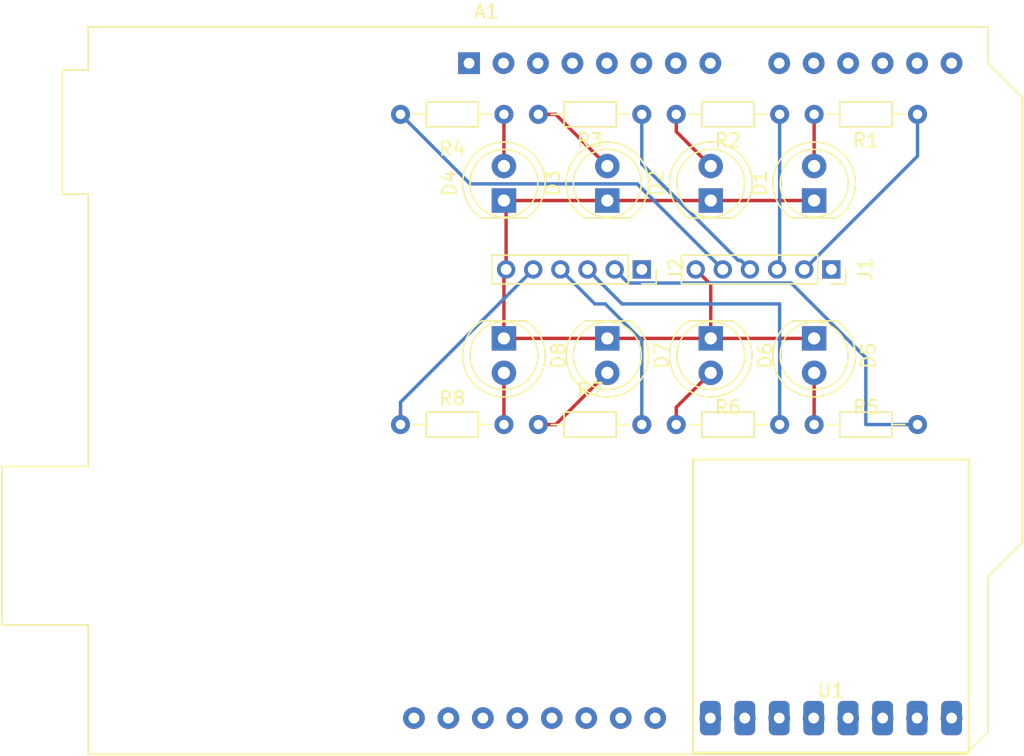
<source format=kicad_pcb>
(kicad_pcb (version 20171130) (host pcbnew "(5.0.0)")

  (general
    (thickness 1.6)
    (drawings 0)
    (tracks 53)
    (zones 0)
    (modules 20)
    (nets 57)
  )

  (page A4)
  (layers
    (0 F.Cu signal)
    (31 B.Cu signal)
    (32 B.Adhes user)
    (33 F.Adhes user)
    (34 B.Paste user)
    (35 F.Paste user)
    (36 B.SilkS user)
    (37 F.SilkS user)
    (38 B.Mask user)
    (39 F.Mask user)
    (40 Dwgs.User user)
    (41 Cmts.User user)
    (42 Eco1.User user)
    (43 Eco2.User user)
    (44 Edge.Cuts user)
    (45 Margin user)
    (46 B.CrtYd user)
    (47 F.CrtYd user)
    (48 B.Fab user)
    (49 F.Fab user)
  )

  (setup
    (last_trace_width 0.25)
    (trace_clearance 0.2)
    (zone_clearance 0.508)
    (zone_45_only no)
    (trace_min 0.2)
    (segment_width 0.2)
    (edge_width 0.15)
    (via_size 0.8)
    (via_drill 0.4)
    (via_min_size 0.4)
    (via_min_drill 0.3)
    (uvia_size 0.3)
    (uvia_drill 0.1)
    (uvias_allowed no)
    (uvia_min_size 0.2)
    (uvia_min_drill 0.1)
    (pcb_text_width 0.3)
    (pcb_text_size 1.5 1.5)
    (mod_edge_width 0.15)
    (mod_text_size 1 1)
    (mod_text_width 0.15)
    (pad_size 1.524 1.524)
    (pad_drill 0.762)
    (pad_to_mask_clearance 0.2)
    (aux_axis_origin 0 0)
    (visible_elements 7FFFFFFF)
    (pcbplotparams
      (layerselection 0x010fc_ffffffff)
      (usegerberextensions false)
      (usegerberattributes false)
      (usegerberadvancedattributes false)
      (creategerberjobfile false)
      (excludeedgelayer true)
      (linewidth 0.100000)
      (plotframeref false)
      (viasonmask false)
      (mode 1)
      (useauxorigin false)
      (hpglpennumber 1)
      (hpglpenspeed 20)
      (hpglpendiameter 15.000000)
      (psnegative false)
      (psa4output false)
      (plotreference true)
      (plotvalue true)
      (plotinvisibletext false)
      (padsonsilk false)
      (subtractmaskfromsilk false)
      (outputformat 1)
      (mirror false)
      (drillshape 1)
      (scaleselection 1)
      (outputdirectory ""))
  )

  (net 0 "")
  (net 1 GND)
  (net 2 "Net-(D1-Pad2)")
  (net 3 "Net-(D2-Pad2)")
  (net 4 "Net-(D3-Pad2)")
  (net 5 "Net-(D4-Pad2)")
  (net 6 "Net-(D5-Pad2)")
  (net 7 "Net-(D6-Pad2)")
  (net 8 "Net-(D7-Pad2)")
  (net 9 "Net-(D8-Pad2)")
  (net 10 VCC)
  (net 11 /CMD_LED1)
  (net 12 /CMD_LED2)
  (net 13 /CMD_LED3)
  (net 14 /CMD_LED4)
  (net 15 /CMD_LED8)
  (net 16 /CMD_LED7)
  (net 17 /CMD_LED6)
  (net 18 /CMD_LED5)
  (net 19 "Net-(U1-Pad1)")
  (net 20 "Net-(U1-Pad2)")
  (net 21 "Net-(U1-Pad3)")
  (net 22 "Net-(U1-Pad4)")
  (net 23 "Net-(U1-Pad5)")
  (net 24 "Net-(U1-Pad6)")
  (net 25 "Net-(U1-Pad7)")
  (net 26 "Net-(U1-Pad8)")
  (net 27 "Net-(A1-Pad29)")
  (net 28 "Net-(A1-Pad30)")
  (net 29 "Net-(A1-Pad1)")
  (net 30 "Net-(A1-Pad17)")
  (net 31 "Net-(A1-Pad2)")
  (net 32 "Net-(A1-Pad18)")
  (net 33 "Net-(A1-Pad3)")
  (net 34 "Net-(A1-Pad19)")
  (net 35 "Net-(A1-Pad4)")
  (net 36 "Net-(A1-Pad20)")
  (net 37 "Net-(A1-Pad5)")
  (net 38 "Net-(A1-Pad21)")
  (net 39 "Net-(A1-Pad6)")
  (net 40 "Net-(A1-Pad22)")
  (net 41 "Net-(A1-Pad7)")
  (net 42 "Net-(A1-Pad23)")
  (net 43 "Net-(A1-Pad8)")
  (net 44 "Net-(A1-Pad24)")
  (net 45 "Net-(A1-Pad9)")
  (net 46 "Net-(A1-Pad25)")
  (net 47 "Net-(A1-Pad10)")
  (net 48 "Net-(A1-Pad26)")
  (net 49 "Net-(A1-Pad11)")
  (net 50 "Net-(A1-Pad27)")
  (net 51 "Net-(A1-Pad12)")
  (net 52 "Net-(A1-Pad28)")
  (net 53 "Net-(A1-Pad13)")
  (net 54 "Net-(A1-Pad14)")
  (net 55 "Net-(A1-Pad15)")
  (net 56 "Net-(A1-Pad16)")

  (net_class Default "Ceci est la Netclass par défaut."
    (clearance 0.2)
    (trace_width 0.25)
    (via_dia 0.8)
    (via_drill 0.4)
    (uvia_dia 0.3)
    (uvia_drill 0.1)
    (add_net /CMD_LED1)
    (add_net /CMD_LED2)
    (add_net /CMD_LED3)
    (add_net /CMD_LED4)
    (add_net /CMD_LED5)
    (add_net /CMD_LED6)
    (add_net /CMD_LED7)
    (add_net /CMD_LED8)
    (add_net GND)
    (add_net "Net-(A1-Pad1)")
    (add_net "Net-(A1-Pad10)")
    (add_net "Net-(A1-Pad11)")
    (add_net "Net-(A1-Pad12)")
    (add_net "Net-(A1-Pad13)")
    (add_net "Net-(A1-Pad14)")
    (add_net "Net-(A1-Pad15)")
    (add_net "Net-(A1-Pad16)")
    (add_net "Net-(A1-Pad17)")
    (add_net "Net-(A1-Pad18)")
    (add_net "Net-(A1-Pad19)")
    (add_net "Net-(A1-Pad2)")
    (add_net "Net-(A1-Pad20)")
    (add_net "Net-(A1-Pad21)")
    (add_net "Net-(A1-Pad22)")
    (add_net "Net-(A1-Pad23)")
    (add_net "Net-(A1-Pad24)")
    (add_net "Net-(A1-Pad25)")
    (add_net "Net-(A1-Pad26)")
    (add_net "Net-(A1-Pad27)")
    (add_net "Net-(A1-Pad28)")
    (add_net "Net-(A1-Pad29)")
    (add_net "Net-(A1-Pad3)")
    (add_net "Net-(A1-Pad30)")
    (add_net "Net-(A1-Pad4)")
    (add_net "Net-(A1-Pad5)")
    (add_net "Net-(A1-Pad6)")
    (add_net "Net-(A1-Pad7)")
    (add_net "Net-(A1-Pad8)")
    (add_net "Net-(A1-Pad9)")
    (add_net "Net-(D1-Pad2)")
    (add_net "Net-(D2-Pad2)")
    (add_net "Net-(D3-Pad2)")
    (add_net "Net-(D4-Pad2)")
    (add_net "Net-(D5-Pad2)")
    (add_net "Net-(D6-Pad2)")
    (add_net "Net-(D7-Pad2)")
    (add_net "Net-(D8-Pad2)")
    (add_net "Net-(U1-Pad1)")
    (add_net "Net-(U1-Pad2)")
    (add_net "Net-(U1-Pad3)")
    (add_net "Net-(U1-Pad4)")
    (add_net "Net-(U1-Pad5)")
    (add_net "Net-(U1-Pad6)")
    (add_net "Net-(U1-Pad7)")
    (add_net "Net-(U1-Pad8)")
    (add_net VCC)
  )

  (module LED_THT:LED_D5.0mm_FlatTop (layer F.Cu) (tedit 5880A862) (tstamp 5BBE7480)
    (at 127.032174 45.679735 90)
    (descr "LED, Round, FlatTop, diameter 5.0mm, 2 pins, http://www.kingbright.com/attachments/file/psearch/000/00/00/L-483GDT(Ver.15B).pdf")
    (tags "LED Round FlatTop diameter 5.0mm 2 pins")
    (path /5BB2C829)
    (fp_text reference D1 (at 1.27 -4.01 90) (layer F.SilkS)
      (effects (font (size 1 1) (thickness 0.15)))
    )
    (fp_text value LED (at 1.27 4.01 90) (layer F.Fab)
      (effects (font (size 1 1) (thickness 0.15)))
    )
    (fp_arc (start 1.27 0) (end -1.23 -1.566046) (angle 295.9) (layer F.Fab) (width 0.1))
    (fp_arc (start 1.27 0) (end -1.29 -1.639512) (angle 147.4) (layer F.SilkS) (width 0.12))
    (fp_arc (start 1.27 0) (end -1.29 1.639512) (angle -147.4) (layer F.SilkS) (width 0.12))
    (fp_circle (center 1.27 0) (end 3.77 0) (layer F.Fab) (width 0.1))
    (fp_circle (center 1.27 0) (end 3.77 0) (layer F.SilkS) (width 0.12))
    (fp_line (start -1.23 -1.566046) (end -1.23 1.566046) (layer F.Fab) (width 0.1))
    (fp_line (start -1.29 -1.64) (end -1.29 1.64) (layer F.SilkS) (width 0.12))
    (fp_line (start -2 -3.3) (end -2 3.3) (layer F.CrtYd) (width 0.05))
    (fp_line (start -2 3.3) (end 4.55 3.3) (layer F.CrtYd) (width 0.05))
    (fp_line (start 4.55 3.3) (end 4.55 -3.3) (layer F.CrtYd) (width 0.05))
    (fp_line (start 4.55 -3.3) (end -2 -3.3) (layer F.CrtYd) (width 0.05))
    (pad 1 thru_hole rect (at 0 0 90) (size 1.8 1.8) (drill 0.9) (layers *.Cu *.Mask)
      (net 1 GND))
    (pad 2 thru_hole circle (at 2.54 0 90) (size 1.8 1.8) (drill 0.9) (layers *.Cu *.Mask)
      (net 2 "Net-(D1-Pad2)"))
    (model ${KISYS3DMOD}/LED_THT.3dshapes/LED_D5.0mm_FlatTop.wrl
      (at (xyz 0 0 0))
      (scale (xyz 1 1 1))
      (rotate (xyz 0 0 0))
    )
  )

  (module LED_THT:LED_D5.0mm_FlatTop (layer F.Cu) (tedit 5880A862) (tstamp 5BBE7491)
    (at 119.412174 45.679735 90)
    (descr "LED, Round, FlatTop, diameter 5.0mm, 2 pins, http://www.kingbright.com/attachments/file/psearch/000/00/00/L-483GDT(Ver.15B).pdf")
    (tags "LED Round FlatTop diameter 5.0mm 2 pins")
    (path /5BB2C830)
    (fp_text reference D2 (at 1.27 -4.01 90) (layer F.SilkS)
      (effects (font (size 1 1) (thickness 0.15)))
    )
    (fp_text value LED (at 1.27 4.01 90) (layer F.Fab)
      (effects (font (size 1 1) (thickness 0.15)))
    )
    (fp_line (start 4.55 -3.3) (end -2 -3.3) (layer F.CrtYd) (width 0.05))
    (fp_line (start 4.55 3.3) (end 4.55 -3.3) (layer F.CrtYd) (width 0.05))
    (fp_line (start -2 3.3) (end 4.55 3.3) (layer F.CrtYd) (width 0.05))
    (fp_line (start -2 -3.3) (end -2 3.3) (layer F.CrtYd) (width 0.05))
    (fp_line (start -1.29 -1.64) (end -1.29 1.64) (layer F.SilkS) (width 0.12))
    (fp_line (start -1.23 -1.566046) (end -1.23 1.566046) (layer F.Fab) (width 0.1))
    (fp_circle (center 1.27 0) (end 3.77 0) (layer F.SilkS) (width 0.12))
    (fp_circle (center 1.27 0) (end 3.77 0) (layer F.Fab) (width 0.1))
    (fp_arc (start 1.27 0) (end -1.29 1.639512) (angle -147.4) (layer F.SilkS) (width 0.12))
    (fp_arc (start 1.27 0) (end -1.29 -1.639512) (angle 147.4) (layer F.SilkS) (width 0.12))
    (fp_arc (start 1.27 0) (end -1.23 -1.566046) (angle 295.9) (layer F.Fab) (width 0.1))
    (pad 2 thru_hole circle (at 2.54 0 90) (size 1.8 1.8) (drill 0.9) (layers *.Cu *.Mask)
      (net 3 "Net-(D2-Pad2)"))
    (pad 1 thru_hole rect (at 0 0 90) (size 1.8 1.8) (drill 0.9) (layers *.Cu *.Mask)
      (net 1 GND))
    (model ${KISYS3DMOD}/LED_THT.3dshapes/LED_D5.0mm_FlatTop.wrl
      (at (xyz 0 0 0))
      (scale (xyz 1 1 1))
      (rotate (xyz 0 0 0))
    )
  )

  (module LED_THT:LED_D5.0mm_FlatTop (layer F.Cu) (tedit 5880A862) (tstamp 5BBE74A2)
    (at 111.792174 45.679735 90)
    (descr "LED, Round, FlatTop, diameter 5.0mm, 2 pins, http://www.kingbright.com/attachments/file/psearch/000/00/00/L-483GDT(Ver.15B).pdf")
    (tags "LED Round FlatTop diameter 5.0mm 2 pins")
    (path /5BB24E30)
    (fp_text reference D3 (at 1.27 -4.01 90) (layer F.SilkS)
      (effects (font (size 1 1) (thickness 0.15)))
    )
    (fp_text value LED (at 1.27 4.01 90) (layer F.Fab)
      (effects (font (size 1 1) (thickness 0.15)))
    )
    (fp_line (start 4.55 -3.3) (end -2 -3.3) (layer F.CrtYd) (width 0.05))
    (fp_line (start 4.55 3.3) (end 4.55 -3.3) (layer F.CrtYd) (width 0.05))
    (fp_line (start -2 3.3) (end 4.55 3.3) (layer F.CrtYd) (width 0.05))
    (fp_line (start -2 -3.3) (end -2 3.3) (layer F.CrtYd) (width 0.05))
    (fp_line (start -1.29 -1.64) (end -1.29 1.64) (layer F.SilkS) (width 0.12))
    (fp_line (start -1.23 -1.566046) (end -1.23 1.566046) (layer F.Fab) (width 0.1))
    (fp_circle (center 1.27 0) (end 3.77 0) (layer F.SilkS) (width 0.12))
    (fp_circle (center 1.27 0) (end 3.77 0) (layer F.Fab) (width 0.1))
    (fp_arc (start 1.27 0) (end -1.29 1.639512) (angle -147.4) (layer F.SilkS) (width 0.12))
    (fp_arc (start 1.27 0) (end -1.29 -1.639512) (angle 147.4) (layer F.SilkS) (width 0.12))
    (fp_arc (start 1.27 0) (end -1.23 -1.566046) (angle 295.9) (layer F.Fab) (width 0.1))
    (pad 2 thru_hole circle (at 2.54 0 90) (size 1.8 1.8) (drill 0.9) (layers *.Cu *.Mask)
      (net 4 "Net-(D3-Pad2)"))
    (pad 1 thru_hole rect (at 0 0 90) (size 1.8 1.8) (drill 0.9) (layers *.Cu *.Mask)
      (net 1 GND))
    (model ${KISYS3DMOD}/LED_THT.3dshapes/LED_D5.0mm_FlatTop.wrl
      (at (xyz 0 0 0))
      (scale (xyz 1 1 1))
      (rotate (xyz 0 0 0))
    )
  )

  (module LED_THT:LED_D5.0mm_FlatTop (layer F.Cu) (tedit 5880A862) (tstamp 5BBE74B3)
    (at 104.172174 45.679735 90)
    (descr "LED, Round, FlatTop, diameter 5.0mm, 2 pins, http://www.kingbright.com/attachments/file/psearch/000/00/00/L-483GDT(Ver.15B).pdf")
    (tags "LED Round FlatTop diameter 5.0mm 2 pins")
    (path /5BB24F1D)
    (fp_text reference D4 (at 1.27 -4.01 90) (layer F.SilkS)
      (effects (font (size 1 1) (thickness 0.15)))
    )
    (fp_text value LED (at 1.27 4.01 90) (layer F.Fab)
      (effects (font (size 1 1) (thickness 0.15)))
    )
    (fp_arc (start 1.27 0) (end -1.23 -1.566046) (angle 295.9) (layer F.Fab) (width 0.1))
    (fp_arc (start 1.27 0) (end -1.29 -1.639512) (angle 147.4) (layer F.SilkS) (width 0.12))
    (fp_arc (start 1.27 0) (end -1.29 1.639512) (angle -147.4) (layer F.SilkS) (width 0.12))
    (fp_circle (center 1.27 0) (end 3.77 0) (layer F.Fab) (width 0.1))
    (fp_circle (center 1.27 0) (end 3.77 0) (layer F.SilkS) (width 0.12))
    (fp_line (start -1.23 -1.566046) (end -1.23 1.566046) (layer F.Fab) (width 0.1))
    (fp_line (start -1.29 -1.64) (end -1.29 1.64) (layer F.SilkS) (width 0.12))
    (fp_line (start -2 -3.3) (end -2 3.3) (layer F.CrtYd) (width 0.05))
    (fp_line (start -2 3.3) (end 4.55 3.3) (layer F.CrtYd) (width 0.05))
    (fp_line (start 4.55 3.3) (end 4.55 -3.3) (layer F.CrtYd) (width 0.05))
    (fp_line (start 4.55 -3.3) (end -2 -3.3) (layer F.CrtYd) (width 0.05))
    (pad 1 thru_hole rect (at 0 0 90) (size 1.8 1.8) (drill 0.9) (layers *.Cu *.Mask)
      (net 1 GND))
    (pad 2 thru_hole circle (at 2.54 0 90) (size 1.8 1.8) (drill 0.9) (layers *.Cu *.Mask)
      (net 5 "Net-(D4-Pad2)"))
    (model ${KISYS3DMOD}/LED_THT.3dshapes/LED_D5.0mm_FlatTop.wrl
      (at (xyz 0 0 0))
      (scale (xyz 1 1 1))
      (rotate (xyz 0 0 0))
    )
  )

  (module LED_THT:LED_D5.0mm_FlatTop (layer F.Cu) (tedit 5880A862) (tstamp 5BBE74C4)
    (at 127.032174 55.839735 270)
    (descr "LED, Round, FlatTop, diameter 5.0mm, 2 pins, http://www.kingbright.com/attachments/file/psearch/000/00/00/L-483GDT(Ver.15B).pdf")
    (tags "LED Round FlatTop diameter 5.0mm 2 pins")
    (path /5BB2CE20)
    (fp_text reference D5 (at 1.27 -4.01 270) (layer F.SilkS)
      (effects (font (size 1 1) (thickness 0.15)))
    )
    (fp_text value LED (at 1.27 4.01 270) (layer F.Fab)
      (effects (font (size 1 1) (thickness 0.15)))
    )
    (fp_arc (start 1.27 0) (end -1.23 -1.566046) (angle 295.9) (layer F.Fab) (width 0.1))
    (fp_arc (start 1.27 0) (end -1.29 -1.639512) (angle 147.4) (layer F.SilkS) (width 0.12))
    (fp_arc (start 1.27 0) (end -1.29 1.639512) (angle -147.4) (layer F.SilkS) (width 0.12))
    (fp_circle (center 1.27 0) (end 3.77 0) (layer F.Fab) (width 0.1))
    (fp_circle (center 1.27 0) (end 3.77 0) (layer F.SilkS) (width 0.12))
    (fp_line (start -1.23 -1.566046) (end -1.23 1.566046) (layer F.Fab) (width 0.1))
    (fp_line (start -1.29 -1.64) (end -1.29 1.64) (layer F.SilkS) (width 0.12))
    (fp_line (start -2 -3.3) (end -2 3.3) (layer F.CrtYd) (width 0.05))
    (fp_line (start -2 3.3) (end 4.55 3.3) (layer F.CrtYd) (width 0.05))
    (fp_line (start 4.55 3.3) (end 4.55 -3.3) (layer F.CrtYd) (width 0.05))
    (fp_line (start 4.55 -3.3) (end -2 -3.3) (layer F.CrtYd) (width 0.05))
    (pad 1 thru_hole rect (at 0 0 270) (size 1.8 1.8) (drill 0.9) (layers *.Cu *.Mask)
      (net 1 GND))
    (pad 2 thru_hole circle (at 2.54 0 270) (size 1.8 1.8) (drill 0.9) (layers *.Cu *.Mask)
      (net 6 "Net-(D5-Pad2)"))
    (model ${KISYS3DMOD}/LED_THT.3dshapes/LED_D5.0mm_FlatTop.wrl
      (at (xyz 0 0 0))
      (scale (xyz 1 1 1))
      (rotate (xyz 0 0 0))
    )
  )

  (module LED_THT:LED_D5.0mm_FlatTop (layer F.Cu) (tedit 5880A862) (tstamp 5BBE74D5)
    (at 119.412174 55.839735 270)
    (descr "LED, Round, FlatTop, diameter 5.0mm, 2 pins, http://www.kingbright.com/attachments/file/psearch/000/00/00/L-483GDT(Ver.15B).pdf")
    (tags "LED Round FlatTop diameter 5.0mm 2 pins")
    (path /5BB2CE27)
    (fp_text reference D6 (at 1.27 -4.01 270) (layer F.SilkS)
      (effects (font (size 1 1) (thickness 0.15)))
    )
    (fp_text value LED (at 1.27 4.01 270) (layer F.Fab)
      (effects (font (size 1 1) (thickness 0.15)))
    )
    (fp_line (start 4.55 -3.3) (end -2 -3.3) (layer F.CrtYd) (width 0.05))
    (fp_line (start 4.55 3.3) (end 4.55 -3.3) (layer F.CrtYd) (width 0.05))
    (fp_line (start -2 3.3) (end 4.55 3.3) (layer F.CrtYd) (width 0.05))
    (fp_line (start -2 -3.3) (end -2 3.3) (layer F.CrtYd) (width 0.05))
    (fp_line (start -1.29 -1.64) (end -1.29 1.64) (layer F.SilkS) (width 0.12))
    (fp_line (start -1.23 -1.566046) (end -1.23 1.566046) (layer F.Fab) (width 0.1))
    (fp_circle (center 1.27 0) (end 3.77 0) (layer F.SilkS) (width 0.12))
    (fp_circle (center 1.27 0) (end 3.77 0) (layer F.Fab) (width 0.1))
    (fp_arc (start 1.27 0) (end -1.29 1.639512) (angle -147.4) (layer F.SilkS) (width 0.12))
    (fp_arc (start 1.27 0) (end -1.29 -1.639512) (angle 147.4) (layer F.SilkS) (width 0.12))
    (fp_arc (start 1.27 0) (end -1.23 -1.566046) (angle 295.9) (layer F.Fab) (width 0.1))
    (pad 2 thru_hole circle (at 2.54 0 270) (size 1.8 1.8) (drill 0.9) (layers *.Cu *.Mask)
      (net 7 "Net-(D6-Pad2)"))
    (pad 1 thru_hole rect (at 0 0 270) (size 1.8 1.8) (drill 0.9) (layers *.Cu *.Mask)
      (net 1 GND))
    (model ${KISYS3DMOD}/LED_THT.3dshapes/LED_D5.0mm_FlatTop.wrl
      (at (xyz 0 0 0))
      (scale (xyz 1 1 1))
      (rotate (xyz 0 0 0))
    )
  )

  (module LED_THT:LED_D5.0mm_FlatTop (layer F.Cu) (tedit 5880A862) (tstamp 5BBE74E6)
    (at 111.792174 55.839735 270)
    (descr "LED, Round, FlatTop, diameter 5.0mm, 2 pins, http://www.kingbright.com/attachments/file/psearch/000/00/00/L-483GDT(Ver.15B).pdf")
    (tags "LED Round FlatTop diameter 5.0mm 2 pins")
    (path /5BB2D97D)
    (fp_text reference D7 (at 1.27 -4.01 270) (layer F.SilkS)
      (effects (font (size 1 1) (thickness 0.15)))
    )
    (fp_text value LED (at 1.27 4.01 270) (layer F.Fab)
      (effects (font (size 1 1) (thickness 0.15)))
    )
    (fp_arc (start 1.27 0) (end -1.23 -1.566046) (angle 295.9) (layer F.Fab) (width 0.1))
    (fp_arc (start 1.27 0) (end -1.29 -1.639512) (angle 147.4) (layer F.SilkS) (width 0.12))
    (fp_arc (start 1.27 0) (end -1.29 1.639512) (angle -147.4) (layer F.SilkS) (width 0.12))
    (fp_circle (center 1.27 0) (end 3.77 0) (layer F.Fab) (width 0.1))
    (fp_circle (center 1.27 0) (end 3.77 0) (layer F.SilkS) (width 0.12))
    (fp_line (start -1.23 -1.566046) (end -1.23 1.566046) (layer F.Fab) (width 0.1))
    (fp_line (start -1.29 -1.64) (end -1.29 1.64) (layer F.SilkS) (width 0.12))
    (fp_line (start -2 -3.3) (end -2 3.3) (layer F.CrtYd) (width 0.05))
    (fp_line (start -2 3.3) (end 4.55 3.3) (layer F.CrtYd) (width 0.05))
    (fp_line (start 4.55 3.3) (end 4.55 -3.3) (layer F.CrtYd) (width 0.05))
    (fp_line (start 4.55 -3.3) (end -2 -3.3) (layer F.CrtYd) (width 0.05))
    (pad 1 thru_hole rect (at 0 0 270) (size 1.8 1.8) (drill 0.9) (layers *.Cu *.Mask)
      (net 1 GND))
    (pad 2 thru_hole circle (at 2.54 0 270) (size 1.8 1.8) (drill 0.9) (layers *.Cu *.Mask)
      (net 8 "Net-(D7-Pad2)"))
    (model ${KISYS3DMOD}/LED_THT.3dshapes/LED_D5.0mm_FlatTop.wrl
      (at (xyz 0 0 0))
      (scale (xyz 1 1 1))
      (rotate (xyz 0 0 0))
    )
  )

  (module LED_THT:LED_D5.0mm_FlatTop (layer F.Cu) (tedit 5880A862) (tstamp 5BBE74F7)
    (at 104.172174 55.839735 270)
    (descr "LED, Round, FlatTop, diameter 5.0mm, 2 pins, http://www.kingbright.com/attachments/file/psearch/000/00/00/L-483GDT(Ver.15B).pdf")
    (tags "LED Round FlatTop diameter 5.0mm 2 pins")
    (path /5BB2D984)
    (fp_text reference D8 (at 1.27 -4.01 270) (layer F.SilkS)
      (effects (font (size 1 1) (thickness 0.15)))
    )
    (fp_text value LED (at 1.27 4.01 270) (layer F.Fab)
      (effects (font (size 1 1) (thickness 0.15)))
    )
    (fp_line (start 4.55 -3.3) (end -2 -3.3) (layer F.CrtYd) (width 0.05))
    (fp_line (start 4.55 3.3) (end 4.55 -3.3) (layer F.CrtYd) (width 0.05))
    (fp_line (start -2 3.3) (end 4.55 3.3) (layer F.CrtYd) (width 0.05))
    (fp_line (start -2 -3.3) (end -2 3.3) (layer F.CrtYd) (width 0.05))
    (fp_line (start -1.29 -1.64) (end -1.29 1.64) (layer F.SilkS) (width 0.12))
    (fp_line (start -1.23 -1.566046) (end -1.23 1.566046) (layer F.Fab) (width 0.1))
    (fp_circle (center 1.27 0) (end 3.77 0) (layer F.SilkS) (width 0.12))
    (fp_circle (center 1.27 0) (end 3.77 0) (layer F.Fab) (width 0.1))
    (fp_arc (start 1.27 0) (end -1.29 1.639512) (angle -147.4) (layer F.SilkS) (width 0.12))
    (fp_arc (start 1.27 0) (end -1.29 -1.639512) (angle 147.4) (layer F.SilkS) (width 0.12))
    (fp_arc (start 1.27 0) (end -1.23 -1.566046) (angle 295.9) (layer F.Fab) (width 0.1))
    (pad 2 thru_hole circle (at 2.54 0 270) (size 1.8 1.8) (drill 0.9) (layers *.Cu *.Mask)
      (net 9 "Net-(D8-Pad2)"))
    (pad 1 thru_hole rect (at 0 0 270) (size 1.8 1.8) (drill 0.9) (layers *.Cu *.Mask)
      (net 1 GND))
    (model ${KISYS3DMOD}/LED_THT.3dshapes/LED_D5.0mm_FlatTop.wrl
      (at (xyz 0 0 0))
      (scale (xyz 1 1 1))
      (rotate (xyz 0 0 0))
    )
  )

  (module Connector_PinSocket_2.00mm:PinSocket_1x06_P2.00mm_Vertical (layer F.Cu) (tedit 5A19A421) (tstamp 5BBE7511)
    (at 128.302174 50.759735 270)
    (descr "Through hole straight socket strip, 1x06, 2.00mm pitch, single row (from Kicad 4.0.7), script generated")
    (tags "Through hole socket strip THT 1x06 2.00mm single row")
    (path /5BB26D2C)
    (fp_text reference J1 (at 0 -2.5 270) (layer F.SilkS)
      (effects (font (size 1 1) (thickness 0.15)))
    )
    (fp_text value Conn_01x06 (at 0 12.5 270) (layer F.Fab)
      (effects (font (size 1 1) (thickness 0.15)))
    )
    (fp_line (start -1 -1) (end 0.5 -1) (layer F.Fab) (width 0.1))
    (fp_line (start 0.5 -1) (end 1 -0.5) (layer F.Fab) (width 0.1))
    (fp_line (start 1 -0.5) (end 1 11) (layer F.Fab) (width 0.1))
    (fp_line (start 1 11) (end -1 11) (layer F.Fab) (width 0.1))
    (fp_line (start -1 11) (end -1 -1) (layer F.Fab) (width 0.1))
    (fp_line (start -1.06 1) (end 1.06 1) (layer F.SilkS) (width 0.12))
    (fp_line (start -1.06 1) (end -1.06 11.06) (layer F.SilkS) (width 0.12))
    (fp_line (start -1.06 11.06) (end 1.06 11.06) (layer F.SilkS) (width 0.12))
    (fp_line (start 1.06 1) (end 1.06 11.06) (layer F.SilkS) (width 0.12))
    (fp_line (start 1.06 -1.06) (end 1.06 0) (layer F.SilkS) (width 0.12))
    (fp_line (start 0 -1.06) (end 1.06 -1.06) (layer F.SilkS) (width 0.12))
    (fp_line (start -1.5 -1.5) (end 1.5 -1.5) (layer F.CrtYd) (width 0.05))
    (fp_line (start 1.5 -1.5) (end 1.5 11.5) (layer F.CrtYd) (width 0.05))
    (fp_line (start 1.5 11.5) (end -1.5 11.5) (layer F.CrtYd) (width 0.05))
    (fp_line (start -1.5 11.5) (end -1.5 -1.5) (layer F.CrtYd) (width 0.05))
    (fp_text user %R (at 0 5) (layer F.Fab)
      (effects (font (size 1 1) (thickness 0.15)))
    )
    (pad 1 thru_hole rect (at 0 0 270) (size 1.35 1.35) (drill 0.8) (layers *.Cu *.Mask)
      (net 10 VCC))
    (pad 2 thru_hole oval (at 0 2 270) (size 1.35 1.35) (drill 0.8) (layers *.Cu *.Mask)
      (net 11 /CMD_LED1))
    (pad 3 thru_hole oval (at 0 4 270) (size 1.35 1.35) (drill 0.8) (layers *.Cu *.Mask)
      (net 12 /CMD_LED2))
    (pad 4 thru_hole oval (at 0 6 270) (size 1.35 1.35) (drill 0.8) (layers *.Cu *.Mask)
      (net 13 /CMD_LED3))
    (pad 5 thru_hole oval (at 0 8 270) (size 1.35 1.35) (drill 0.8) (layers *.Cu *.Mask)
      (net 14 /CMD_LED4))
    (pad 6 thru_hole oval (at 0 10 270) (size 1.35 1.35) (drill 0.8) (layers *.Cu *.Mask)
      (net 1 GND))
    (model ${KISYS3DMOD}/Connector_PinSocket_2.00mm.3dshapes/PinSocket_1x06_P2.00mm_Vertical.wrl
      (at (xyz 0 0 0))
      (scale (xyz 1 1 1))
      (rotate (xyz 0 0 0))
    )
  )

  (module Connector_PinSocket_2.00mm:PinSocket_1x06_P2.00mm_Vertical (layer F.Cu) (tedit 5A19A421) (tstamp 5BBE752B)
    (at 114.332174 50.759735 270)
    (descr "Through hole straight socket strip, 1x06, 2.00mm pitch, single row (from Kicad 4.0.7), script generated")
    (tags "Through hole socket strip THT 1x06 2.00mm single row")
    (path /5BB2F0AC)
    (fp_text reference J2 (at 0 -2.5 270) (layer F.SilkS)
      (effects (font (size 1 1) (thickness 0.15)))
    )
    (fp_text value Conn_01x06 (at 0 12.5 270) (layer F.Fab)
      (effects (font (size 1 1) (thickness 0.15)))
    )
    (fp_text user %R (at 0 5) (layer F.Fab)
      (effects (font (size 1 1) (thickness 0.15)))
    )
    (fp_line (start -1.5 11.5) (end -1.5 -1.5) (layer F.CrtYd) (width 0.05))
    (fp_line (start 1.5 11.5) (end -1.5 11.5) (layer F.CrtYd) (width 0.05))
    (fp_line (start 1.5 -1.5) (end 1.5 11.5) (layer F.CrtYd) (width 0.05))
    (fp_line (start -1.5 -1.5) (end 1.5 -1.5) (layer F.CrtYd) (width 0.05))
    (fp_line (start 0 -1.06) (end 1.06 -1.06) (layer F.SilkS) (width 0.12))
    (fp_line (start 1.06 -1.06) (end 1.06 0) (layer F.SilkS) (width 0.12))
    (fp_line (start 1.06 1) (end 1.06 11.06) (layer F.SilkS) (width 0.12))
    (fp_line (start -1.06 11.06) (end 1.06 11.06) (layer F.SilkS) (width 0.12))
    (fp_line (start -1.06 1) (end -1.06 11.06) (layer F.SilkS) (width 0.12))
    (fp_line (start -1.06 1) (end 1.06 1) (layer F.SilkS) (width 0.12))
    (fp_line (start -1 11) (end -1 -1) (layer F.Fab) (width 0.1))
    (fp_line (start 1 11) (end -1 11) (layer F.Fab) (width 0.1))
    (fp_line (start 1 -0.5) (end 1 11) (layer F.Fab) (width 0.1))
    (fp_line (start 0.5 -1) (end 1 -0.5) (layer F.Fab) (width 0.1))
    (fp_line (start -1 -1) (end 0.5 -1) (layer F.Fab) (width 0.1))
    (pad 6 thru_hole oval (at 0 10 270) (size 1.35 1.35) (drill 0.8) (layers *.Cu *.Mask)
      (net 1 GND))
    (pad 5 thru_hole oval (at 0 8 270) (size 1.35 1.35) (drill 0.8) (layers *.Cu *.Mask)
      (net 15 /CMD_LED8))
    (pad 4 thru_hole oval (at 0 6 270) (size 1.35 1.35) (drill 0.8) (layers *.Cu *.Mask)
      (net 16 /CMD_LED7))
    (pad 3 thru_hole oval (at 0 4 270) (size 1.35 1.35) (drill 0.8) (layers *.Cu *.Mask)
      (net 17 /CMD_LED6))
    (pad 2 thru_hole oval (at 0 2 270) (size 1.35 1.35) (drill 0.8) (layers *.Cu *.Mask)
      (net 18 /CMD_LED5))
    (pad 1 thru_hole rect (at 0 0 270) (size 1.35 1.35) (drill 0.8) (layers *.Cu *.Mask)
      (net 10 VCC))
    (model ${KISYS3DMOD}/Connector_PinSocket_2.00mm.3dshapes/PinSocket_1x06_P2.00mm_Vertical.wrl
      (at (xyz 0 0 0))
      (scale (xyz 1 1 1))
      (rotate (xyz 0 0 0))
    )
  )

  (module Resistor_THT:R_Axial_DIN0204_L3.6mm_D1.6mm_P7.62mm_Horizontal (layer F.Cu) (tedit 5AE5139B) (tstamp 5BBE7542)
    (at 134.652174 39.329735 180)
    (descr "Resistor, Axial_DIN0204 series, Axial, Horizontal, pin pitch=7.62mm, 0.167W, length*diameter=3.6*1.6mm^2, http://cdn-reichelt.de/documents/datenblatt/B400/1_4W%23YAG.pdf")
    (tags "Resistor Axial_DIN0204 series Axial Horizontal pin pitch 7.62mm 0.167W length 3.6mm diameter 1.6mm")
    (path /5BB2C837)
    (fp_text reference R1 (at 3.81 -1.92 180) (layer F.SilkS)
      (effects (font (size 1 1) (thickness 0.15)))
    )
    (fp_text value R (at 3.81 1.92 180) (layer F.Fab)
      (effects (font (size 1 1) (thickness 0.15)))
    )
    (fp_line (start 2.01 -0.8) (end 2.01 0.8) (layer F.Fab) (width 0.1))
    (fp_line (start 2.01 0.8) (end 5.61 0.8) (layer F.Fab) (width 0.1))
    (fp_line (start 5.61 0.8) (end 5.61 -0.8) (layer F.Fab) (width 0.1))
    (fp_line (start 5.61 -0.8) (end 2.01 -0.8) (layer F.Fab) (width 0.1))
    (fp_line (start 0 0) (end 2.01 0) (layer F.Fab) (width 0.1))
    (fp_line (start 7.62 0) (end 5.61 0) (layer F.Fab) (width 0.1))
    (fp_line (start 1.89 -0.92) (end 1.89 0.92) (layer F.SilkS) (width 0.12))
    (fp_line (start 1.89 0.92) (end 5.73 0.92) (layer F.SilkS) (width 0.12))
    (fp_line (start 5.73 0.92) (end 5.73 -0.92) (layer F.SilkS) (width 0.12))
    (fp_line (start 5.73 -0.92) (end 1.89 -0.92) (layer F.SilkS) (width 0.12))
    (fp_line (start 0.94 0) (end 1.89 0) (layer F.SilkS) (width 0.12))
    (fp_line (start 6.68 0) (end 5.73 0) (layer F.SilkS) (width 0.12))
    (fp_line (start -0.95 -1.05) (end -0.95 1.05) (layer F.CrtYd) (width 0.05))
    (fp_line (start -0.95 1.05) (end 8.57 1.05) (layer F.CrtYd) (width 0.05))
    (fp_line (start 8.57 1.05) (end 8.57 -1.05) (layer F.CrtYd) (width 0.05))
    (fp_line (start 8.57 -1.05) (end -0.95 -1.05) (layer F.CrtYd) (width 0.05))
    (fp_text user %R (at 3.81 0 180) (layer F.Fab)
      (effects (font (size 0.72 0.72) (thickness 0.108)))
    )
    (pad 1 thru_hole circle (at 0 0 180) (size 1.4 1.4) (drill 0.7) (layers *.Cu *.Mask)
      (net 11 /CMD_LED1))
    (pad 2 thru_hole oval (at 7.62 0 180) (size 1.4 1.4) (drill 0.7) (layers *.Cu *.Mask)
      (net 2 "Net-(D1-Pad2)"))
    (model ${KISYS3DMOD}/Resistor_THT.3dshapes/R_Axial_DIN0204_L3.6mm_D1.6mm_P7.62mm_Horizontal.wrl
      (at (xyz 0 0 0))
      (scale (xyz 1 1 1))
      (rotate (xyz 0 0 0))
    )
  )

  (module Resistor_THT:R_Axial_DIN0204_L3.6mm_D1.6mm_P7.62mm_Horizontal (layer F.Cu) (tedit 5AE5139B) (tstamp 5BBE7559)
    (at 124.492174 39.329735 180)
    (descr "Resistor, Axial_DIN0204 series, Axial, Horizontal, pin pitch=7.62mm, 0.167W, length*diameter=3.6*1.6mm^2, http://cdn-reichelt.de/documents/datenblatt/B400/1_4W%23YAG.pdf")
    (tags "Resistor Axial_DIN0204 series Axial Horizontal pin pitch 7.62mm 0.167W length 3.6mm diameter 1.6mm")
    (path /5BB2C83E)
    (fp_text reference R2 (at 3.81 -1.92 180) (layer F.SilkS)
      (effects (font (size 1 1) (thickness 0.15)))
    )
    (fp_text value R (at 3.81 1.92 180) (layer F.Fab)
      (effects (font (size 1 1) (thickness 0.15)))
    )
    (fp_text user %R (at 3.81 0 180) (layer F.Fab)
      (effects (font (size 0.72 0.72) (thickness 0.108)))
    )
    (fp_line (start 8.57 -1.05) (end -0.95 -1.05) (layer F.CrtYd) (width 0.05))
    (fp_line (start 8.57 1.05) (end 8.57 -1.05) (layer F.CrtYd) (width 0.05))
    (fp_line (start -0.95 1.05) (end 8.57 1.05) (layer F.CrtYd) (width 0.05))
    (fp_line (start -0.95 -1.05) (end -0.95 1.05) (layer F.CrtYd) (width 0.05))
    (fp_line (start 6.68 0) (end 5.73 0) (layer F.SilkS) (width 0.12))
    (fp_line (start 0.94 0) (end 1.89 0) (layer F.SilkS) (width 0.12))
    (fp_line (start 5.73 -0.92) (end 1.89 -0.92) (layer F.SilkS) (width 0.12))
    (fp_line (start 5.73 0.92) (end 5.73 -0.92) (layer F.SilkS) (width 0.12))
    (fp_line (start 1.89 0.92) (end 5.73 0.92) (layer F.SilkS) (width 0.12))
    (fp_line (start 1.89 -0.92) (end 1.89 0.92) (layer F.SilkS) (width 0.12))
    (fp_line (start 7.62 0) (end 5.61 0) (layer F.Fab) (width 0.1))
    (fp_line (start 0 0) (end 2.01 0) (layer F.Fab) (width 0.1))
    (fp_line (start 5.61 -0.8) (end 2.01 -0.8) (layer F.Fab) (width 0.1))
    (fp_line (start 5.61 0.8) (end 5.61 -0.8) (layer F.Fab) (width 0.1))
    (fp_line (start 2.01 0.8) (end 5.61 0.8) (layer F.Fab) (width 0.1))
    (fp_line (start 2.01 -0.8) (end 2.01 0.8) (layer F.Fab) (width 0.1))
    (pad 2 thru_hole oval (at 7.62 0 180) (size 1.4 1.4) (drill 0.7) (layers *.Cu *.Mask)
      (net 3 "Net-(D2-Pad2)"))
    (pad 1 thru_hole circle (at 0 0 180) (size 1.4 1.4) (drill 0.7) (layers *.Cu *.Mask)
      (net 12 /CMD_LED2))
    (model ${KISYS3DMOD}/Resistor_THT.3dshapes/R_Axial_DIN0204_L3.6mm_D1.6mm_P7.62mm_Horizontal.wrl
      (at (xyz 0 0 0))
      (scale (xyz 1 1 1))
      (rotate (xyz 0 0 0))
    )
  )

  (module Resistor_THT:R_Axial_DIN0204_L3.6mm_D1.6mm_P7.62mm_Horizontal (layer F.Cu) (tedit 5AE5139B) (tstamp 5BBE7570)
    (at 114.332174 39.329735 180)
    (descr "Resistor, Axial_DIN0204 series, Axial, Horizontal, pin pitch=7.62mm, 0.167W, length*diameter=3.6*1.6mm^2, http://cdn-reichelt.de/documents/datenblatt/B400/1_4W%23YAG.pdf")
    (tags "Resistor Axial_DIN0204 series Axial Horizontal pin pitch 7.62mm 0.167W length 3.6mm diameter 1.6mm")
    (path /5BB24F66)
    (fp_text reference R3 (at 3.81 -1.92 180) (layer F.SilkS)
      (effects (font (size 1 1) (thickness 0.15)))
    )
    (fp_text value R (at 3.81 1.92 180) (layer F.Fab)
      (effects (font (size 1 1) (thickness 0.15)))
    )
    (fp_text user %R (at 3.81 0 180) (layer F.Fab)
      (effects (font (size 0.72 0.72) (thickness 0.108)))
    )
    (fp_line (start 8.57 -1.05) (end -0.95 -1.05) (layer F.CrtYd) (width 0.05))
    (fp_line (start 8.57 1.05) (end 8.57 -1.05) (layer F.CrtYd) (width 0.05))
    (fp_line (start -0.95 1.05) (end 8.57 1.05) (layer F.CrtYd) (width 0.05))
    (fp_line (start -0.95 -1.05) (end -0.95 1.05) (layer F.CrtYd) (width 0.05))
    (fp_line (start 6.68 0) (end 5.73 0) (layer F.SilkS) (width 0.12))
    (fp_line (start 0.94 0) (end 1.89 0) (layer F.SilkS) (width 0.12))
    (fp_line (start 5.73 -0.92) (end 1.89 -0.92) (layer F.SilkS) (width 0.12))
    (fp_line (start 5.73 0.92) (end 5.73 -0.92) (layer F.SilkS) (width 0.12))
    (fp_line (start 1.89 0.92) (end 5.73 0.92) (layer F.SilkS) (width 0.12))
    (fp_line (start 1.89 -0.92) (end 1.89 0.92) (layer F.SilkS) (width 0.12))
    (fp_line (start 7.62 0) (end 5.61 0) (layer F.Fab) (width 0.1))
    (fp_line (start 0 0) (end 2.01 0) (layer F.Fab) (width 0.1))
    (fp_line (start 5.61 -0.8) (end 2.01 -0.8) (layer F.Fab) (width 0.1))
    (fp_line (start 5.61 0.8) (end 5.61 -0.8) (layer F.Fab) (width 0.1))
    (fp_line (start 2.01 0.8) (end 5.61 0.8) (layer F.Fab) (width 0.1))
    (fp_line (start 2.01 -0.8) (end 2.01 0.8) (layer F.Fab) (width 0.1))
    (pad 2 thru_hole oval (at 7.62 0 180) (size 1.4 1.4) (drill 0.7) (layers *.Cu *.Mask)
      (net 4 "Net-(D3-Pad2)"))
    (pad 1 thru_hole circle (at 0 0 180) (size 1.4 1.4) (drill 0.7) (layers *.Cu *.Mask)
      (net 13 /CMD_LED3))
    (model ${KISYS3DMOD}/Resistor_THT.3dshapes/R_Axial_DIN0204_L3.6mm_D1.6mm_P7.62mm_Horizontal.wrl
      (at (xyz 0 0 0))
      (scale (xyz 1 1 1))
      (rotate (xyz 0 0 0))
    )
  )

  (module Resistor_THT:R_Axial_DIN0204_L3.6mm_D1.6mm_P7.62mm_Horizontal (layer F.Cu) (tedit 5AE5139B) (tstamp 5BBE7587)
    (at 96.552174 39.329735)
    (descr "Resistor, Axial_DIN0204 series, Axial, Horizontal, pin pitch=7.62mm, 0.167W, length*diameter=3.6*1.6mm^2, http://cdn-reichelt.de/documents/datenblatt/B400/1_4W%23YAG.pdf")
    (tags "Resistor Axial_DIN0204 series Axial Horizontal pin pitch 7.62mm 0.167W length 3.6mm diameter 1.6mm")
    (path /5BB24FAE)
    (fp_text reference R4 (at 3.81 2.54) (layer F.SilkS)
      (effects (font (size 1 1) (thickness 0.15)))
    )
    (fp_text value R (at 3.81 1.92) (layer F.Fab)
      (effects (font (size 1 1) (thickness 0.15)))
    )
    (fp_line (start 2.01 -0.8) (end 2.01 0.8) (layer F.Fab) (width 0.1))
    (fp_line (start 2.01 0.8) (end 5.61 0.8) (layer F.Fab) (width 0.1))
    (fp_line (start 5.61 0.8) (end 5.61 -0.8) (layer F.Fab) (width 0.1))
    (fp_line (start 5.61 -0.8) (end 2.01 -0.8) (layer F.Fab) (width 0.1))
    (fp_line (start 0 0) (end 2.01 0) (layer F.Fab) (width 0.1))
    (fp_line (start 7.62 0) (end 5.61 0) (layer F.Fab) (width 0.1))
    (fp_line (start 1.89 -0.92) (end 1.89 0.92) (layer F.SilkS) (width 0.12))
    (fp_line (start 1.89 0.92) (end 5.73 0.92) (layer F.SilkS) (width 0.12))
    (fp_line (start 5.73 0.92) (end 5.73 -0.92) (layer F.SilkS) (width 0.12))
    (fp_line (start 5.73 -0.92) (end 1.89 -0.92) (layer F.SilkS) (width 0.12))
    (fp_line (start 0.94 0) (end 1.89 0) (layer F.SilkS) (width 0.12))
    (fp_line (start 6.68 0) (end 5.73 0) (layer F.SilkS) (width 0.12))
    (fp_line (start -0.95 -1.05) (end -0.95 1.05) (layer F.CrtYd) (width 0.05))
    (fp_line (start -0.95 1.05) (end 8.57 1.05) (layer F.CrtYd) (width 0.05))
    (fp_line (start 8.57 1.05) (end 8.57 -1.05) (layer F.CrtYd) (width 0.05))
    (fp_line (start 8.57 -1.05) (end -0.95 -1.05) (layer F.CrtYd) (width 0.05))
    (fp_text user %R (at 3.81 0) (layer F.Fab)
      (effects (font (size 0.72 0.72) (thickness 0.108)))
    )
    (pad 1 thru_hole circle (at 0 0) (size 1.4 1.4) (drill 0.7) (layers *.Cu *.Mask)
      (net 14 /CMD_LED4))
    (pad 2 thru_hole oval (at 7.62 0) (size 1.4 1.4) (drill 0.7) (layers *.Cu *.Mask)
      (net 5 "Net-(D4-Pad2)"))
    (model ${KISYS3DMOD}/Resistor_THT.3dshapes/R_Axial_DIN0204_L3.6mm_D1.6mm_P7.62mm_Horizontal.wrl
      (at (xyz 0 0 0))
      (scale (xyz 1 1 1))
      (rotate (xyz 0 0 0))
    )
  )

  (module Resistor_THT:R_Axial_DIN0204_L3.6mm_D1.6mm_P7.62mm_Horizontal (layer F.Cu) (tedit 5AE5139B) (tstamp 5BBE759E)
    (at 134.652174 62.189735 180)
    (descr "Resistor, Axial_DIN0204 series, Axial, Horizontal, pin pitch=7.62mm, 0.167W, length*diameter=3.6*1.6mm^2, http://cdn-reichelt.de/documents/datenblatt/B400/1_4W%23YAG.pdf")
    (tags "Resistor Axial_DIN0204 series Axial Horizontal pin pitch 7.62mm 0.167W length 3.6mm diameter 1.6mm")
    (path /5BB2CE2E)
    (fp_text reference R5 (at 3.81 1.27 180) (layer F.SilkS)
      (effects (font (size 1 1) (thickness 0.15)))
    )
    (fp_text value R (at 3.81 1.92 180) (layer F.Fab)
      (effects (font (size 1 1) (thickness 0.15)))
    )
    (fp_text user %R (at 3.81 0 180) (layer F.Fab)
      (effects (font (size 0.72 0.72) (thickness 0.108)))
    )
    (fp_line (start 8.57 -1.05) (end -0.95 -1.05) (layer F.CrtYd) (width 0.05))
    (fp_line (start 8.57 1.05) (end 8.57 -1.05) (layer F.CrtYd) (width 0.05))
    (fp_line (start -0.95 1.05) (end 8.57 1.05) (layer F.CrtYd) (width 0.05))
    (fp_line (start -0.95 -1.05) (end -0.95 1.05) (layer F.CrtYd) (width 0.05))
    (fp_line (start 6.68 0) (end 5.73 0) (layer F.SilkS) (width 0.12))
    (fp_line (start 0.94 0) (end 1.89 0) (layer F.SilkS) (width 0.12))
    (fp_line (start 5.73 -0.92) (end 1.89 -0.92) (layer F.SilkS) (width 0.12))
    (fp_line (start 5.73 0.92) (end 5.73 -0.92) (layer F.SilkS) (width 0.12))
    (fp_line (start 1.89 0.92) (end 5.73 0.92) (layer F.SilkS) (width 0.12))
    (fp_line (start 1.89 -0.92) (end 1.89 0.92) (layer F.SilkS) (width 0.12))
    (fp_line (start 7.62 0) (end 5.61 0) (layer F.Fab) (width 0.1))
    (fp_line (start 0 0) (end 2.01 0) (layer F.Fab) (width 0.1))
    (fp_line (start 5.61 -0.8) (end 2.01 -0.8) (layer F.Fab) (width 0.1))
    (fp_line (start 5.61 0.8) (end 5.61 -0.8) (layer F.Fab) (width 0.1))
    (fp_line (start 2.01 0.8) (end 5.61 0.8) (layer F.Fab) (width 0.1))
    (fp_line (start 2.01 -0.8) (end 2.01 0.8) (layer F.Fab) (width 0.1))
    (pad 2 thru_hole oval (at 7.62 0 180) (size 1.4 1.4) (drill 0.7) (layers *.Cu *.Mask)
      (net 6 "Net-(D5-Pad2)"))
    (pad 1 thru_hole circle (at 0 0 180) (size 1.4 1.4) (drill 0.7) (layers *.Cu *.Mask)
      (net 18 /CMD_LED5))
    (model ${KISYS3DMOD}/Resistor_THT.3dshapes/R_Axial_DIN0204_L3.6mm_D1.6mm_P7.62mm_Horizontal.wrl
      (at (xyz 0 0 0))
      (scale (xyz 1 1 1))
      (rotate (xyz 0 0 0))
    )
  )

  (module Resistor_THT:R_Axial_DIN0204_L3.6mm_D1.6mm_P7.62mm_Horizontal (layer F.Cu) (tedit 5AE5139B) (tstamp 5BBE75B5)
    (at 124.492174 62.189735 180)
    (descr "Resistor, Axial_DIN0204 series, Axial, Horizontal, pin pitch=7.62mm, 0.167W, length*diameter=3.6*1.6mm^2, http://cdn-reichelt.de/documents/datenblatt/B400/1_4W%23YAG.pdf")
    (tags "Resistor Axial_DIN0204 series Axial Horizontal pin pitch 7.62mm 0.167W length 3.6mm diameter 1.6mm")
    (path /5BB2CE35)
    (fp_text reference R6 (at 3.81 1.27 180) (layer F.SilkS)
      (effects (font (size 1 1) (thickness 0.15)))
    )
    (fp_text value R (at 3.81 1.92 180) (layer F.Fab)
      (effects (font (size 1 1) (thickness 0.15)))
    )
    (fp_line (start 2.01 -0.8) (end 2.01 0.8) (layer F.Fab) (width 0.1))
    (fp_line (start 2.01 0.8) (end 5.61 0.8) (layer F.Fab) (width 0.1))
    (fp_line (start 5.61 0.8) (end 5.61 -0.8) (layer F.Fab) (width 0.1))
    (fp_line (start 5.61 -0.8) (end 2.01 -0.8) (layer F.Fab) (width 0.1))
    (fp_line (start 0 0) (end 2.01 0) (layer F.Fab) (width 0.1))
    (fp_line (start 7.62 0) (end 5.61 0) (layer F.Fab) (width 0.1))
    (fp_line (start 1.89 -0.92) (end 1.89 0.92) (layer F.SilkS) (width 0.12))
    (fp_line (start 1.89 0.92) (end 5.73 0.92) (layer F.SilkS) (width 0.12))
    (fp_line (start 5.73 0.92) (end 5.73 -0.92) (layer F.SilkS) (width 0.12))
    (fp_line (start 5.73 -0.92) (end 1.89 -0.92) (layer F.SilkS) (width 0.12))
    (fp_line (start 0.94 0) (end 1.89 0) (layer F.SilkS) (width 0.12))
    (fp_line (start 6.68 0) (end 5.73 0) (layer F.SilkS) (width 0.12))
    (fp_line (start -0.95 -1.05) (end -0.95 1.05) (layer F.CrtYd) (width 0.05))
    (fp_line (start -0.95 1.05) (end 8.57 1.05) (layer F.CrtYd) (width 0.05))
    (fp_line (start 8.57 1.05) (end 8.57 -1.05) (layer F.CrtYd) (width 0.05))
    (fp_line (start 8.57 -1.05) (end -0.95 -1.05) (layer F.CrtYd) (width 0.05))
    (fp_text user %R (at 3.81 0 180) (layer F.Fab)
      (effects (font (size 0.72 0.72) (thickness 0.108)))
    )
    (pad 1 thru_hole circle (at 0 0 180) (size 1.4 1.4) (drill 0.7) (layers *.Cu *.Mask)
      (net 17 /CMD_LED6))
    (pad 2 thru_hole oval (at 7.62 0 180) (size 1.4 1.4) (drill 0.7) (layers *.Cu *.Mask)
      (net 7 "Net-(D6-Pad2)"))
    (model ${KISYS3DMOD}/Resistor_THT.3dshapes/R_Axial_DIN0204_L3.6mm_D1.6mm_P7.62mm_Horizontal.wrl
      (at (xyz 0 0 0))
      (scale (xyz 1 1 1))
      (rotate (xyz 0 0 0))
    )
  )

  (module Resistor_THT:R_Axial_DIN0204_L3.6mm_D1.6mm_P7.62mm_Horizontal (layer F.Cu) (tedit 5AE5139B) (tstamp 5BBE75CC)
    (at 114.332174 62.189735 180)
    (descr "Resistor, Axial_DIN0204 series, Axial, Horizontal, pin pitch=7.62mm, 0.167W, length*diameter=3.6*1.6mm^2, http://cdn-reichelt.de/documents/datenblatt/B400/1_4W%23YAG.pdf")
    (tags "Resistor Axial_DIN0204 series Axial Horizontal pin pitch 7.62mm 0.167W length 3.6mm diameter 1.6mm")
    (path /5BB2D98B)
    (fp_text reference R7 (at 3.81 2.54 180) (layer F.SilkS)
      (effects (font (size 1 1) (thickness 0.15)))
    )
    (fp_text value R (at 3.81 1.92 180) (layer F.Fab)
      (effects (font (size 1 1) (thickness 0.15)))
    )
    (fp_text user %R (at 3.81 0 180) (layer F.Fab)
      (effects (font (size 0.72 0.72) (thickness 0.108)))
    )
    (fp_line (start 8.57 -1.05) (end -0.95 -1.05) (layer F.CrtYd) (width 0.05))
    (fp_line (start 8.57 1.05) (end 8.57 -1.05) (layer F.CrtYd) (width 0.05))
    (fp_line (start -0.95 1.05) (end 8.57 1.05) (layer F.CrtYd) (width 0.05))
    (fp_line (start -0.95 -1.05) (end -0.95 1.05) (layer F.CrtYd) (width 0.05))
    (fp_line (start 6.68 0) (end 5.73 0) (layer F.SilkS) (width 0.12))
    (fp_line (start 0.94 0) (end 1.89 0) (layer F.SilkS) (width 0.12))
    (fp_line (start 5.73 -0.92) (end 1.89 -0.92) (layer F.SilkS) (width 0.12))
    (fp_line (start 5.73 0.92) (end 5.73 -0.92) (layer F.SilkS) (width 0.12))
    (fp_line (start 1.89 0.92) (end 5.73 0.92) (layer F.SilkS) (width 0.12))
    (fp_line (start 1.89 -0.92) (end 1.89 0.92) (layer F.SilkS) (width 0.12))
    (fp_line (start 7.62 0) (end 5.61 0) (layer F.Fab) (width 0.1))
    (fp_line (start 0 0) (end 2.01 0) (layer F.Fab) (width 0.1))
    (fp_line (start 5.61 -0.8) (end 2.01 -0.8) (layer F.Fab) (width 0.1))
    (fp_line (start 5.61 0.8) (end 5.61 -0.8) (layer F.Fab) (width 0.1))
    (fp_line (start 2.01 0.8) (end 5.61 0.8) (layer F.Fab) (width 0.1))
    (fp_line (start 2.01 -0.8) (end 2.01 0.8) (layer F.Fab) (width 0.1))
    (pad 2 thru_hole oval (at 7.62 0 180) (size 1.4 1.4) (drill 0.7) (layers *.Cu *.Mask)
      (net 8 "Net-(D7-Pad2)"))
    (pad 1 thru_hole circle (at 0 0 180) (size 1.4 1.4) (drill 0.7) (layers *.Cu *.Mask)
      (net 16 /CMD_LED7))
    (model ${KISYS3DMOD}/Resistor_THT.3dshapes/R_Axial_DIN0204_L3.6mm_D1.6mm_P7.62mm_Horizontal.wrl
      (at (xyz 0 0 0))
      (scale (xyz 1 1 1))
      (rotate (xyz 0 0 0))
    )
  )

  (module Resistor_THT:R_Axial_DIN0204_L3.6mm_D1.6mm_P7.62mm_Horizontal (layer F.Cu) (tedit 5AE5139B) (tstamp 5BBE75E3)
    (at 96.552174 62.189735)
    (descr "Resistor, Axial_DIN0204 series, Axial, Horizontal, pin pitch=7.62mm, 0.167W, length*diameter=3.6*1.6mm^2, http://cdn-reichelt.de/documents/datenblatt/B400/1_4W%23YAG.pdf")
    (tags "Resistor Axial_DIN0204 series Axial Horizontal pin pitch 7.62mm 0.167W length 3.6mm diameter 1.6mm")
    (path /5BB2D992)
    (fp_text reference R8 (at 3.81 -1.92) (layer F.SilkS)
      (effects (font (size 1 1) (thickness 0.15)))
    )
    (fp_text value R (at 3.81 1.92) (layer F.Fab)
      (effects (font (size 1 1) (thickness 0.15)))
    )
    (fp_line (start 2.01 -0.8) (end 2.01 0.8) (layer F.Fab) (width 0.1))
    (fp_line (start 2.01 0.8) (end 5.61 0.8) (layer F.Fab) (width 0.1))
    (fp_line (start 5.61 0.8) (end 5.61 -0.8) (layer F.Fab) (width 0.1))
    (fp_line (start 5.61 -0.8) (end 2.01 -0.8) (layer F.Fab) (width 0.1))
    (fp_line (start 0 0) (end 2.01 0) (layer F.Fab) (width 0.1))
    (fp_line (start 7.62 0) (end 5.61 0) (layer F.Fab) (width 0.1))
    (fp_line (start 1.89 -0.92) (end 1.89 0.92) (layer F.SilkS) (width 0.12))
    (fp_line (start 1.89 0.92) (end 5.73 0.92) (layer F.SilkS) (width 0.12))
    (fp_line (start 5.73 0.92) (end 5.73 -0.92) (layer F.SilkS) (width 0.12))
    (fp_line (start 5.73 -0.92) (end 1.89 -0.92) (layer F.SilkS) (width 0.12))
    (fp_line (start 0.94 0) (end 1.89 0) (layer F.SilkS) (width 0.12))
    (fp_line (start 6.68 0) (end 5.73 0) (layer F.SilkS) (width 0.12))
    (fp_line (start -0.95 -1.05) (end -0.95 1.05) (layer F.CrtYd) (width 0.05))
    (fp_line (start -0.95 1.05) (end 8.57 1.05) (layer F.CrtYd) (width 0.05))
    (fp_line (start 8.57 1.05) (end 8.57 -1.05) (layer F.CrtYd) (width 0.05))
    (fp_line (start 8.57 -1.05) (end -0.95 -1.05) (layer F.CrtYd) (width 0.05))
    (fp_text user %R (at 3.81 0) (layer F.Fab)
      (effects (font (size 0.72 0.72) (thickness 0.108)))
    )
    (pad 1 thru_hole circle (at 0 0) (size 1.4 1.4) (drill 0.7) (layers *.Cu *.Mask)
      (net 15 /CMD_LED8))
    (pad 2 thru_hole oval (at 7.62 0) (size 1.4 1.4) (drill 0.7) (layers *.Cu *.Mask)
      (net 9 "Net-(D8-Pad2)"))
    (model ${KISYS3DMOD}/Resistor_THT.3dshapes/R_Axial_DIN0204_L3.6mm_D1.6mm_P7.62mm_Horizontal.wrl
      (at (xyz 0 0 0))
      (scale (xyz 1 1 1))
      (rotate (xyz 0 0 0))
    )
  )

  (module "INSA_5ISS_LIBRARY1:Rn2483 Breakout" (layer F.Cu) (tedit 5BBB4D99) (tstamp 5BC79C06)
    (at 128.27 81.28)
    (path /5BBD93CE)
    (fp_text reference U1 (at 0 0.5) (layer F.SilkS)
      (effects (font (size 1 1) (thickness 0.15)))
    )
    (fp_text value RN2483_Breakout (at 0 -0.5) (layer F.Fab)
      (effects (font (size 1 1) (thickness 0.15)))
    )
    (fp_line (start -10.16 5.08) (end 10.16 5.08) (layer F.SilkS) (width 0.15))
    (fp_line (start 10.16 5.08) (end 10.16 -16.51) (layer F.SilkS) (width 0.15))
    (fp_line (start 10.16 -16.51) (end -10.16 -16.51) (layer F.SilkS) (width 0.15))
    (fp_line (start -10.16 -16.51) (end -10.16 5.08) (layer F.SilkS) (width 0.15))
    (pad 1 thru_hole roundrect (at -8.89 2.54) (size 1.524 2.524) (drill 0.762) (layers *.Cu *.Mask) (roundrect_rratio 0.25)
      (net 19 "Net-(U1-Pad1)"))
    (pad 2 thru_hole roundrect (at -6.35 2.54) (size 1.524 2.524) (drill 0.762) (layers *.Cu *.Mask) (roundrect_rratio 0.25)
      (net 20 "Net-(U1-Pad2)"))
    (pad 3 thru_hole roundrect (at -3.81 2.54) (size 1.524 2.524) (drill 0.762) (layers *.Cu *.Mask) (roundrect_rratio 0.25)
      (net 21 "Net-(U1-Pad3)"))
    (pad 4 thru_hole roundrect (at -1.27 2.54) (size 1.524 2.524) (drill 0.762) (layers *.Cu *.Mask) (roundrect_rratio 0.25)
      (net 22 "Net-(U1-Pad4)"))
    (pad 5 thru_hole roundrect (at 1.27 2.54) (size 1.524 2.524) (drill 0.762) (layers *.Cu *.Mask) (roundrect_rratio 0.25)
      (net 23 "Net-(U1-Pad5)"))
    (pad 6 thru_hole roundrect (at 3.81 2.54) (size 1.524 2.524) (drill 0.762) (layers *.Cu *.Mask) (roundrect_rratio 0.25)
      (net 24 "Net-(U1-Pad6)"))
    (pad 7 thru_hole roundrect (at 6.35 2.54) (size 1.524 2.524) (drill 0.762) (layers *.Cu *.Mask) (roundrect_rratio 0.25)
      (net 25 "Net-(U1-Pad7)"))
    (pad 8 thru_hole roundrect (at 8.89 2.54) (size 1.524 2.524) (drill 0.762) (layers *.Cu *.Mask) (roundrect_rratio 0.25)
      (net 26 "Net-(U1-Pad8)"))
  )

  (module Module:Arduino_UNO_R2 (layer F.Cu) (tedit 58AB6071) (tstamp 5BC79CCF)
    (at 101.6 35.56)
    (descr "Arduino UNO R2, http://www.mouser.com/pdfdocs/Gravitech_Arduino_Nano3_0.pdf")
    (tags "Arduino UNO R2")
    (path /5BBD95B4)
    (fp_text reference A1 (at 1.27 -3.81 180) (layer F.SilkS)
      (effects (font (size 1 1) (thickness 0.15)))
    )
    (fp_text value Arduino_UNO_R2 (at 0 21.59) (layer F.Fab)
      (effects (font (size 1 1) (thickness 0.15)))
    )
    (fp_text user %R (at 0 19.05 180) (layer F.Fab)
      (effects (font (size 1 1) (thickness 0.15)))
    )
    (fp_line (start 38.35 -2.79) (end 38.35 0) (layer F.CrtYd) (width 0.05))
    (fp_line (start 38.35 0) (end 40.89 2.54) (layer F.CrtYd) (width 0.05))
    (fp_line (start 40.89 2.54) (end 40.89 35.31) (layer F.CrtYd) (width 0.05))
    (fp_line (start 40.89 35.31) (end 38.35 37.85) (layer F.CrtYd) (width 0.05))
    (fp_line (start 38.35 37.85) (end 38.35 49.28) (layer F.CrtYd) (width 0.05))
    (fp_line (start 38.35 49.28) (end 36.58 51.05) (layer F.CrtYd) (width 0.05))
    (fp_line (start 36.58 51.05) (end -28.19 51.05) (layer F.CrtYd) (width 0.05))
    (fp_line (start -28.19 51.05) (end -28.19 41.53) (layer F.CrtYd) (width 0.05))
    (fp_line (start -28.19 41.53) (end -34.54 41.53) (layer F.CrtYd) (width 0.05))
    (fp_line (start -34.54 41.53) (end -34.54 29.59) (layer F.CrtYd) (width 0.05))
    (fp_line (start -34.54 29.59) (end -28.19 29.59) (layer F.CrtYd) (width 0.05))
    (fp_line (start -28.19 29.59) (end -28.19 9.78) (layer F.CrtYd) (width 0.05))
    (fp_line (start -28.19 9.78) (end -30.1 9.78) (layer F.CrtYd) (width 0.05))
    (fp_line (start -30.1 9.78) (end -30.1 0.38) (layer F.CrtYd) (width 0.05))
    (fp_line (start -30.1 0.38) (end -28.19 0.38) (layer F.CrtYd) (width 0.05))
    (fp_line (start -28.19 0.38) (end -28.19 -2.79) (layer F.CrtYd) (width 0.05))
    (fp_line (start -28.19 -2.79) (end 38.35 -2.79) (layer F.CrtYd) (width 0.05))
    (fp_line (start 40.77 35.31) (end 40.77 2.54) (layer F.SilkS) (width 0.12))
    (fp_line (start 40.77 2.54) (end 38.23 0) (layer F.SilkS) (width 0.12))
    (fp_line (start 38.23 0) (end 38.23 -2.67) (layer F.SilkS) (width 0.12))
    (fp_line (start 38.23 -2.67) (end -28.07 -2.67) (layer F.SilkS) (width 0.12))
    (fp_line (start -28.07 -2.67) (end -28.07 0.51) (layer F.SilkS) (width 0.12))
    (fp_line (start -28.07 0.51) (end -29.97 0.51) (layer F.SilkS) (width 0.12))
    (fp_line (start -29.97 0.51) (end -29.97 9.65) (layer F.SilkS) (width 0.12))
    (fp_line (start -29.97 9.65) (end -28.07 9.65) (layer F.SilkS) (width 0.12))
    (fp_line (start -28.07 9.65) (end -28.07 29.72) (layer F.SilkS) (width 0.12))
    (fp_line (start -28.07 29.72) (end -34.42 29.72) (layer F.SilkS) (width 0.12))
    (fp_line (start -34.42 29.72) (end -34.42 41.4) (layer F.SilkS) (width 0.12))
    (fp_line (start -34.42 41.4) (end -28.07 41.4) (layer F.SilkS) (width 0.12))
    (fp_line (start -28.07 41.4) (end -28.07 50.93) (layer F.SilkS) (width 0.12))
    (fp_line (start -28.07 50.93) (end 36.58 50.93) (layer F.SilkS) (width 0.12))
    (fp_line (start 36.58 50.93) (end 38.23 49.28) (layer F.SilkS) (width 0.12))
    (fp_line (start 38.23 49.28) (end 38.23 37.85) (layer F.SilkS) (width 0.12))
    (fp_line (start 38.23 37.85) (end 40.77 35.31) (layer F.SilkS) (width 0.12))
    (fp_line (start -34.29 29.84) (end -18.41 29.84) (layer F.Fab) (width 0.1))
    (fp_line (start -18.41 29.84) (end -18.41 41.27) (layer F.Fab) (width 0.1))
    (fp_line (start -18.41 41.27) (end -34.29 41.27) (layer F.Fab) (width 0.1))
    (fp_line (start -34.29 41.27) (end -34.29 29.84) (layer F.Fab) (width 0.1))
    (fp_line (start -29.84 0.64) (end -16.51 0.64) (layer F.Fab) (width 0.1))
    (fp_line (start -16.51 0.64) (end -16.51 9.53) (layer F.Fab) (width 0.1))
    (fp_line (start -16.51 9.53) (end -29.84 9.53) (layer F.Fab) (width 0.1))
    (fp_line (start -29.84 9.53) (end -29.84 0.64) (layer F.Fab) (width 0.1))
    (fp_line (start 38.1 37.85) (end 38.1 49.28) (layer F.Fab) (width 0.1))
    (fp_line (start 40.64 2.54) (end 40.64 35.31) (layer F.Fab) (width 0.1))
    (fp_line (start 40.64 35.31) (end 38.1 37.85) (layer F.Fab) (width 0.1))
    (fp_line (start 38.1 -2.54) (end 38.1 0) (layer F.Fab) (width 0.1))
    (fp_line (start 38.1 0) (end 40.64 2.54) (layer F.Fab) (width 0.1))
    (fp_line (start 38.1 49.28) (end 36.58 50.8) (layer F.Fab) (width 0.1))
    (fp_line (start 36.58 50.8) (end -27.94 50.8) (layer F.Fab) (width 0.1))
    (fp_line (start -27.94 50.8) (end -27.94 -2.54) (layer F.Fab) (width 0.1))
    (fp_line (start -27.94 -2.54) (end 38.1 -2.54) (layer F.Fab) (width 0.1))
    (pad 29 thru_hole oval (at -1.52 48.26 90) (size 1.6 1.6) (drill 0.8) (layers *.Cu *.Mask)
      (net 27 "Net-(A1-Pad29)"))
    (pad 30 thru_hole oval (at -4.06 48.26 90) (size 1.6 1.6) (drill 0.8) (layers *.Cu *.Mask)
      (net 28 "Net-(A1-Pad30)"))
    (pad 1 thru_hole rect (at 0 0 90) (size 1.6 1.6) (drill 0.8) (layers *.Cu *.Mask)
      (net 29 "Net-(A1-Pad1)"))
    (pad 17 thru_hole oval (at 30.48 48.26 90) (size 1.6 1.6) (drill 0.8) (layers *.Cu *.Mask)
      (net 30 "Net-(A1-Pad17)"))
    (pad 2 thru_hole oval (at 2.54 0 90) (size 1.6 1.6) (drill 0.8) (layers *.Cu *.Mask)
      (net 31 "Net-(A1-Pad2)"))
    (pad 18 thru_hole oval (at 27.94 48.26 90) (size 1.6 1.6) (drill 0.8) (layers *.Cu *.Mask)
      (net 32 "Net-(A1-Pad18)"))
    (pad 3 thru_hole oval (at 5.08 0 90) (size 1.6 1.6) (drill 0.8) (layers *.Cu *.Mask)
      (net 33 "Net-(A1-Pad3)"))
    (pad 19 thru_hole oval (at 25.4 48.26 90) (size 1.6 1.6) (drill 0.8) (layers *.Cu *.Mask)
      (net 34 "Net-(A1-Pad19)"))
    (pad 4 thru_hole oval (at 7.62 0 90) (size 1.6 1.6) (drill 0.8) (layers *.Cu *.Mask)
      (net 35 "Net-(A1-Pad4)"))
    (pad 20 thru_hole oval (at 22.86 48.26 90) (size 1.6 1.6) (drill 0.8) (layers *.Cu *.Mask)
      (net 36 "Net-(A1-Pad20)"))
    (pad 5 thru_hole oval (at 10.16 0 90) (size 1.6 1.6) (drill 0.8) (layers *.Cu *.Mask)
      (net 37 "Net-(A1-Pad5)"))
    (pad 21 thru_hole oval (at 20.32 48.26 90) (size 1.6 1.6) (drill 0.8) (layers *.Cu *.Mask)
      (net 38 "Net-(A1-Pad21)"))
    (pad 6 thru_hole oval (at 12.7 0 90) (size 1.6 1.6) (drill 0.8) (layers *.Cu *.Mask)
      (net 39 "Net-(A1-Pad6)"))
    (pad 22 thru_hole oval (at 17.78 48.26 90) (size 1.6 1.6) (drill 0.8) (layers *.Cu *.Mask)
      (net 40 "Net-(A1-Pad22)"))
    (pad 7 thru_hole oval (at 15.24 0 90) (size 1.6 1.6) (drill 0.8) (layers *.Cu *.Mask)
      (net 41 "Net-(A1-Pad7)"))
    (pad 23 thru_hole oval (at 13.72 48.26 90) (size 1.6 1.6) (drill 0.8) (layers *.Cu *.Mask)
      (net 42 "Net-(A1-Pad23)"))
    (pad 8 thru_hole oval (at 17.78 0 90) (size 1.6 1.6) (drill 0.8) (layers *.Cu *.Mask)
      (net 43 "Net-(A1-Pad8)"))
    (pad 24 thru_hole oval (at 11.18 48.26 90) (size 1.6 1.6) (drill 0.8) (layers *.Cu *.Mask)
      (net 44 "Net-(A1-Pad24)"))
    (pad 9 thru_hole oval (at 22.86 0 90) (size 1.6 1.6) (drill 0.8) (layers *.Cu *.Mask)
      (net 45 "Net-(A1-Pad9)"))
    (pad 25 thru_hole oval (at 8.64 48.26 90) (size 1.6 1.6) (drill 0.8) (layers *.Cu *.Mask)
      (net 46 "Net-(A1-Pad25)"))
    (pad 10 thru_hole oval (at 25.4 0 90) (size 1.6 1.6) (drill 0.8) (layers *.Cu *.Mask)
      (net 47 "Net-(A1-Pad10)"))
    (pad 26 thru_hole oval (at 6.1 48.26 90) (size 1.6 1.6) (drill 0.8) (layers *.Cu *.Mask)
      (net 48 "Net-(A1-Pad26)"))
    (pad 11 thru_hole oval (at 27.94 0 90) (size 1.6 1.6) (drill 0.8) (layers *.Cu *.Mask)
      (net 49 "Net-(A1-Pad11)"))
    (pad 27 thru_hole oval (at 3.56 48.26 90) (size 1.6 1.6) (drill 0.8) (layers *.Cu *.Mask)
      (net 50 "Net-(A1-Pad27)"))
    (pad 12 thru_hole oval (at 30.48 0 90) (size 1.6 1.6) (drill 0.8) (layers *.Cu *.Mask)
      (net 51 "Net-(A1-Pad12)"))
    (pad 28 thru_hole oval (at 1.02 48.26 90) (size 1.6 1.6) (drill 0.8) (layers *.Cu *.Mask)
      (net 52 "Net-(A1-Pad28)"))
    (pad 13 thru_hole oval (at 33.02 0 90) (size 1.6 1.6) (drill 0.8) (layers *.Cu *.Mask)
      (net 53 "Net-(A1-Pad13)"))
    (pad 14 thru_hole oval (at 35.56 0 90) (size 1.6 1.6) (drill 0.8) (layers *.Cu *.Mask)
      (net 54 "Net-(A1-Pad14)"))
    (pad 15 thru_hole oval (at 35.56 48.26 90) (size 1.6 1.6) (drill 0.8) (layers *.Cu *.Mask)
      (net 55 "Net-(A1-Pad15)"))
    (pad 16 thru_hole oval (at 33.02 48.26 90) (size 1.6 1.6) (drill 0.8) (layers *.Cu *.Mask)
      (net 56 "Net-(A1-Pad16)"))
    (model ${KISYS3DMOD}/Module.3dshapes/Arduino_UNO_R2.wrl
      (at (xyz 0 0 0))
      (scale (xyz 1 1 1))
      (rotate (xyz 0 0 0))
    )
  )

  (segment (start 127.032174 55.839735) (end 119.412174 55.839735) (width 0.25) (layer F.Cu) (net 1))
  (segment (start 111.792174 55.839735) (end 119.412174 55.839735) (width 0.25) (layer F.Cu) (net 1))
  (segment (start 111.792174 55.839735) (end 104.172174 55.839735) (width 0.25) (layer F.Cu) (net 1))
  (segment (start 104.172174 50.919735) (end 104.332174 50.759735) (width 0.25) (layer F.Cu) (net 1))
  (segment (start 104.172174 55.839735) (end 104.172174 50.919735) (width 0.25) (layer F.Cu) (net 1))
  (segment (start 104.332174 45.839735) (end 104.172174 45.679735) (width 0.25) (layer F.Cu) (net 1))
  (segment (start 104.332174 50.759735) (end 104.332174 45.839735) (width 0.25) (layer F.Cu) (net 1))
  (segment (start 104.172174 45.679735) (end 111.792174 45.679735) (width 0.25) (layer F.Cu) (net 1))
  (segment (start 111.792174 45.679735) (end 119.412174 45.679735) (width 0.25) (layer F.Cu) (net 1))
  (segment (start 119.412174 45.679735) (end 127.032174 45.679735) (width 0.25) (layer F.Cu) (net 1))
  (segment (start 119.412174 51.869735) (end 118.302174 50.759735) (width 0.25) (layer F.Cu) (net 1))
  (segment (start 119.412174 55.839735) (end 119.412174 51.869735) (width 0.25) (layer F.Cu) (net 1))
  (segment (start 127.032174 39.329735) (end 127.032174 43.139735) (width 0.25) (layer F.Cu) (net 2))
  (segment (start 116.872174 40.599735) (end 119.412174 43.139735) (width 0.25) (layer F.Cu) (net 3))
  (segment (start 116.872174 39.329735) (end 116.872174 40.599735) (width 0.25) (layer F.Cu) (net 3))
  (segment (start 107.982174 39.329735) (end 111.792174 43.139735) (width 0.25) (layer F.Cu) (net 4))
  (segment (start 106.712174 39.329735) (end 107.982174 39.329735) (width 0.25) (layer F.Cu) (net 4))
  (segment (start 104.172174 39.329735) (end 104.172174 43.139735) (width 0.25) (layer F.Cu) (net 5))
  (segment (start 127.032174 62.189735) (end 127.032174 58.379735) (width 0.25) (layer F.Cu) (net 6))
  (segment (start 116.872174 60.919735) (end 119.412174 58.379735) (width 0.25) (layer F.Cu) (net 7))
  (segment (start 116.872174 62.189735) (end 116.872174 60.919735) (width 0.25) (layer F.Cu) (net 7))
  (segment (start 107.982174 62.189735) (end 111.792174 58.379735) (width 0.25) (layer F.Cu) (net 8))
  (segment (start 106.712174 62.189735) (end 107.982174 62.189735) (width 0.25) (layer F.Cu) (net 8))
  (segment (start 104.172174 62.189735) (end 104.172174 58.379735) (width 0.25) (layer F.Cu) (net 9))
  (segment (start 134.652174 42.409735) (end 126.302174 50.759735) (width 0.25) (layer B.Cu) (net 11))
  (segment (start 134.652174 39.329735) (end 134.652174 42.409735) (width 0.25) (layer B.Cu) (net 11))
  (segment (start 124.492174 50.569735) (end 124.302174 50.759735) (width 0.25) (layer B.Cu) (net 12))
  (segment (start 124.492174 39.329735) (end 124.492174 50.569735) (width 0.25) (layer B.Cu) (net 12))
  (segment (start 121.627175 50.084736) (end 122.302174 50.759735) (width 0.25) (layer B.Cu) (net 13))
  (segment (start 121.432173 50.084736) (end 121.627175 50.084736) (width 0.25) (layer B.Cu) (net 13))
  (segment (start 114.332174 42.984737) (end 121.432173 50.084736) (width 0.25) (layer B.Cu) (net 13))
  (segment (start 114.332174 39.329735) (end 114.332174 42.984737) (width 0.25) (layer B.Cu) (net 13))
  (segment (start 119.627175 50.084736) (end 120.302174 50.759735) (width 0.25) (layer B.Cu) (net 14))
  (segment (start 113.997173 44.454734) (end 119.627175 50.084736) (width 0.25) (layer B.Cu) (net 14))
  (segment (start 101.677173 44.454734) (end 113.997173 44.454734) (width 0.25) (layer B.Cu) (net 14))
  (segment (start 96.552174 39.329735) (end 101.677173 44.454734) (width 0.25) (layer B.Cu) (net 14))
  (segment (start 96.552174 62.189735) (end 96.552174 61.199786) (width 0.25) (layer F.Cu) (net 15))
  (segment (start 96.552174 60.539735) (end 106.332174 50.759735) (width 0.25) (layer B.Cu) (net 15))
  (segment (start 96.552174 62.189735) (end 96.552174 60.539735) (width 0.25) (layer B.Cu) (net 15))
  (segment (start 108.332174 50.759735) (end 110.872174 53.299735) (width 0.25) (layer B.Cu) (net 16))
  (segment (start 114.332174 61.199786) (end 114.332174 62.189735) (width 0.25) (layer B.Cu) (net 16))
  (segment (start 114.332174 55.994733) (end 114.332174 61.199786) (width 0.25) (layer B.Cu) (net 16))
  (segment (start 111.637176 53.299735) (end 114.332174 55.994733) (width 0.25) (layer B.Cu) (net 16))
  (segment (start 110.872174 53.299735) (end 111.637176 53.299735) (width 0.25) (layer B.Cu) (net 16))
  (segment (start 124.492174 62.189735) (end 124.492174 53.299735) (width 0.25) (layer B.Cu) (net 17))
  (segment (start 112.872174 53.299735) (end 110.332174 50.759735) (width 0.25) (layer B.Cu) (net 17))
  (segment (start 124.492174 53.299735) (end 112.872174 53.299735) (width 0.25) (layer B.Cu) (net 17))
  (segment (start 134.652174 62.189735) (end 130.842174 62.189735) (width 0.25) (layer B.Cu) (net 18))
  (segment (start 113.007173 51.434734) (end 112.332174 50.759735) (width 0.25) (layer B.Cu) (net 18))
  (segment (start 113.332175 51.759736) (end 113.007173 51.434734) (width 0.25) (layer B.Cu) (net 18))
  (segment (start 125.337177 51.759736) (end 113.332175 51.759736) (width 0.25) (layer B.Cu) (net 18))
  (segment (start 130.842174 57.264733) (end 125.337177 51.759736) (width 0.25) (layer B.Cu) (net 18))
  (segment (start 130.842174 62.189735) (end 130.842174 57.264733) (width 0.25) (layer B.Cu) (net 18))

)

</source>
